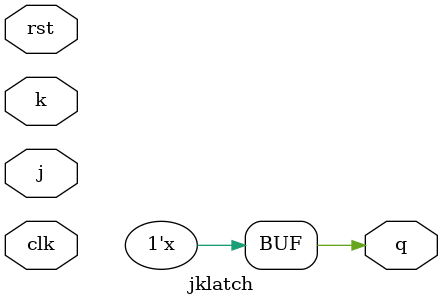
<source format=v>
module jklatch(j,k,clk,rst,q);
  input clk,rst,j,k;
  output reg q;
  reg temp;
  
  always@(clk,rst,j,k)
    begin
      if(rst)
        temp<=0;
      
      else
        if(clk)
          if(!j)
            if(!k)
              temp<=temp;
            else
              temp<=0;
          else
            if(!k)
              temp<=1;
            else
              temp<=~temp;
      
      q<=temp;
    
    end
  
endmodule
      

</source>
